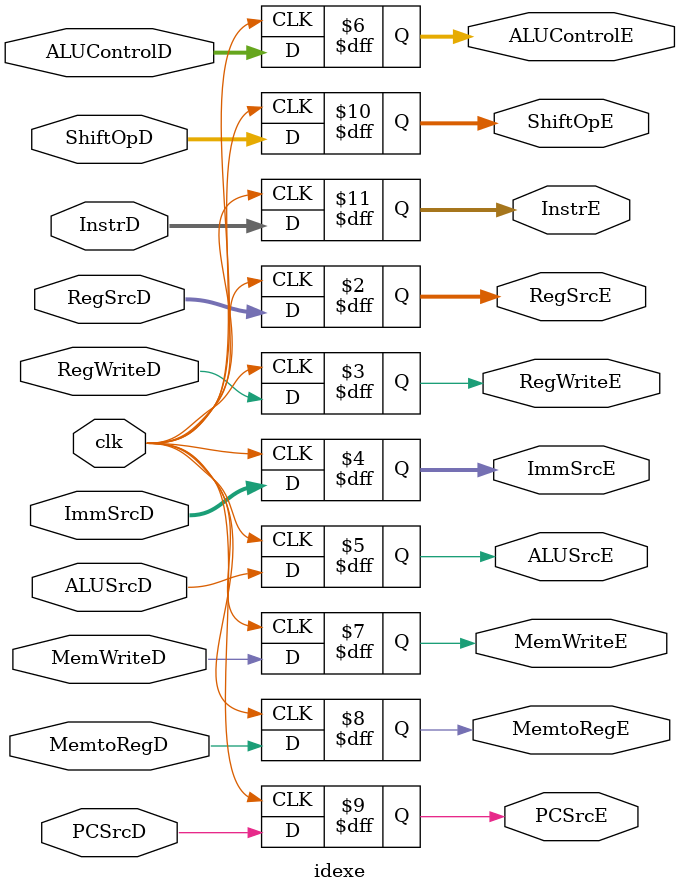
<source format=sv>
module idexe(input logic clk,
  input logic [1:0] RegSrcD,
  input logic RegWriteD,
  input logic [1:0] ImmSrcD,
  input logic ALUSrcD,
  input logic [3:0] ALUControlD,
  input logic MemWriteD, MemtoRegD,
  input logic PCSrcD,
  input logic [2:0] ShiftOpD,
  input logic [31:0] InstrD,
  output logic[1:0] RegSrcE,
  output logic RegWriteE,
  output logic [1:0]ImmSrcE,
  output logic ALUSrcE,
  output logic [3:0] ALUControlE,
  output logic MemWriteE, MemtoRegE,
  output logic PCSrcE,
  output logic [2:0] ShiftOpE,
  output logic [31:0] InstrE);

  always@(posedge clk)
  begin
  InstrE <= InstrD;
  ShiftOpE <= ShiftOpD;
  RegSrcE <=RegSrcD;
  RegWriteE <= RegWriteD;
  ImmSrcE <= ImmSrcD;
  ALUSrcE <= ALUSrcD;
  ALUControlE <= ALUControlD;
  MemWriteE <= MemWriteD;
  MemtoRegE <= MemtoRegD;
  PCSrcE <= PCSrcD;
  end

endmodule

</source>
